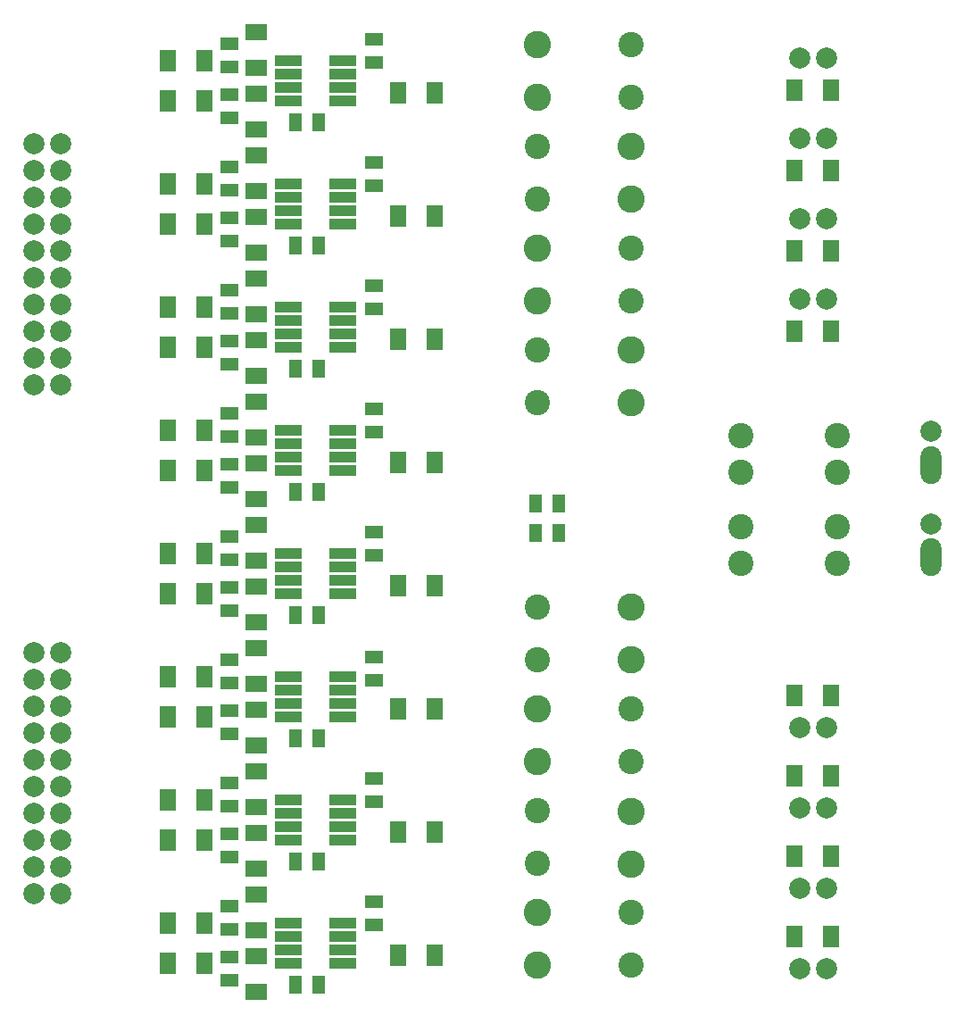
<source format=gts>
G04 #@! TF.FileFunction,Soldermask,Top*
%FSLAX46Y46*%
G04 Gerber Fmt 4.6, Leading zero omitted, Abs format (unit mm)*
G04 Created by KiCad (PCBNEW 4.0.1-stable) date 18/01/2016 20:35:10*
%MOMM*%
G01*
G04 APERTURE LIST*
%ADD10C,0.100000*%
%ADD11R,1.700000X1.300000*%
%ADD12C,2.400000*%
%ADD13C,2.600000*%
%ADD14C,2.000000*%
%ADD15O,2.000000X3.600000*%
%ADD16R,1.500000X2.100000*%
%ADD17R,2.100000X1.500000*%
%ADD18R,2.600000X1.000000*%
%ADD19R,1.300000X1.700000*%
G04 APERTURE END LIST*
D10*
D11*
X26238000Y58082000D03*
X26238000Y60282000D03*
X26238000Y69766000D03*
X26238000Y71966000D03*
X26238000Y93134000D03*
X26238000Y95334000D03*
X26238000Y67140000D03*
X26238000Y64940000D03*
X26238000Y78824000D03*
X26238000Y76624000D03*
D12*
X83896000Y58138000D03*
X83896000Y54638000D03*
X83896000Y49502000D03*
X83896000Y46002000D03*
X74752000Y58138000D03*
X74752000Y54638000D03*
X74752000Y49502000D03*
X74752000Y46002000D03*
D11*
X26238000Y90508000D03*
X26238000Y88308000D03*
X26238000Y55456000D03*
X26238000Y53256000D03*
X26238000Y81450000D03*
X26238000Y83650000D03*
D12*
X64338000Y90210000D03*
X64338000Y95210000D03*
D13*
X55448000Y90210000D03*
X55448000Y95210000D03*
D12*
X55448000Y80558000D03*
X55448000Y85558000D03*
D13*
X64338000Y80558000D03*
X64338000Y85558000D03*
D12*
X64338000Y70906000D03*
X64338000Y75906000D03*
D13*
X55448000Y70906000D03*
X55448000Y75906000D03*
D12*
X55448000Y61254000D03*
X55448000Y66254000D03*
D13*
X64338000Y61254000D03*
X64338000Y66254000D03*
D14*
X80340000Y93980000D03*
X82880000Y93980000D03*
X80340000Y86360000D03*
X82880000Y86360000D03*
X80340000Y78740000D03*
X82880000Y78740000D03*
X80340000Y71120000D03*
X82880000Y71120000D03*
X92786000Y58547000D03*
D15*
X92786000Y55372000D03*
D14*
X92786000Y49784000D03*
D15*
X92786000Y46609000D03*
D14*
X7696000Y85852000D03*
X10236000Y85852000D03*
X7696000Y83312000D03*
X10236000Y83312000D03*
X7696000Y80772000D03*
X10236000Y80772000D03*
X7696000Y78232000D03*
X10236000Y78232000D03*
X7696000Y75692000D03*
X10236000Y75692000D03*
X7696000Y73152000D03*
X10236000Y73152000D03*
X7696000Y70612000D03*
X10236000Y70612000D03*
X7696000Y68072000D03*
X10236000Y68072000D03*
X7696000Y65532000D03*
X10236000Y65532000D03*
X7696000Y62992000D03*
X10236000Y62992000D03*
D16*
X23874000Y89916000D03*
X20474000Y89916000D03*
X23874000Y93726000D03*
X20474000Y93726000D03*
X23874000Y78232000D03*
X20474000Y78232000D03*
X23874000Y82042000D03*
X20474000Y82042000D03*
X23874000Y66548000D03*
X20474000Y66548000D03*
X23874000Y70358000D03*
X20474000Y70358000D03*
X23874000Y54864000D03*
X20474000Y54864000D03*
X23874000Y58674000D03*
X20474000Y58674000D03*
D17*
X28778000Y87200000D03*
X28778000Y90600000D03*
X28778000Y75516000D03*
X28778000Y78916000D03*
X28778000Y63832000D03*
X28778000Y67232000D03*
X28778000Y52148000D03*
X28778000Y55548000D03*
X28778000Y96442000D03*
X28778000Y93042000D03*
X28778000Y84758000D03*
X28778000Y81358000D03*
X28778000Y73074000D03*
X28778000Y69674000D03*
X28778000Y61390000D03*
X28778000Y57990000D03*
D16*
X45718000Y90678000D03*
X42318000Y90678000D03*
X45718000Y78994000D03*
X42318000Y78994000D03*
X45718000Y67310000D03*
X42318000Y67310000D03*
X45718000Y55626000D03*
X42318000Y55626000D03*
X83310000Y90932000D03*
X79910000Y90932000D03*
X83310000Y83312000D03*
X79910000Y83312000D03*
X83310000Y75692000D03*
X79910000Y75692000D03*
X83310000Y68072000D03*
X79910000Y68072000D03*
D18*
X31826000Y93726000D03*
X31826000Y92456000D03*
X31826000Y91186000D03*
X31826000Y89916000D03*
X37026000Y89916000D03*
X37026000Y91186000D03*
X37026000Y92456000D03*
X37026000Y93726000D03*
X31826000Y82042000D03*
X31826000Y80772000D03*
X31826000Y79502000D03*
X31826000Y78232000D03*
X37026000Y78232000D03*
X37026000Y79502000D03*
X37026000Y80772000D03*
X37026000Y82042000D03*
X31826000Y70358000D03*
X31826000Y69088000D03*
X31826000Y67818000D03*
X31826000Y66548000D03*
X37026000Y66548000D03*
X37026000Y67818000D03*
X37026000Y69088000D03*
X37026000Y70358000D03*
X31826000Y58674000D03*
X31826000Y57404000D03*
X31826000Y56134000D03*
X31826000Y54864000D03*
X37026000Y54864000D03*
X37026000Y56134000D03*
X37026000Y57404000D03*
X37026000Y58674000D03*
D11*
X39954000Y93515000D03*
X39954000Y95715000D03*
D19*
X34704000Y87884000D03*
X32504000Y87884000D03*
D11*
X39954000Y81831000D03*
X39954000Y84031000D03*
X39954000Y70147000D03*
X39954000Y72347000D03*
X39954000Y58463000D03*
X39954000Y60663000D03*
D19*
X34704000Y76200000D03*
X32504000Y76200000D03*
X34704000Y64516000D03*
X32504000Y64516000D03*
X34704000Y52832000D03*
X32504000Y52832000D03*
D11*
X39954000Y11727000D03*
X39954000Y13927000D03*
X39954000Y23411000D03*
X39954000Y25611000D03*
X39954000Y34968000D03*
X39954000Y37168000D03*
D19*
X34704000Y6096000D03*
X32504000Y6096000D03*
X34704000Y17780000D03*
X32504000Y17780000D03*
X34704000Y29464000D03*
X32504000Y29464000D03*
D11*
X26238000Y43772000D03*
X26238000Y41572000D03*
X26238000Y32088000D03*
X26238000Y29888000D03*
X26238000Y20404000D03*
X26238000Y18204000D03*
X26238000Y8720000D03*
X26238000Y6520000D03*
X26238000Y46398000D03*
X26238000Y48598000D03*
X26238000Y34714000D03*
X26238000Y36914000D03*
X26238000Y23030000D03*
X26238000Y25230000D03*
X26238000Y11346000D03*
X26238000Y13546000D03*
X39954000Y46779000D03*
X39954000Y48979000D03*
D19*
X34704000Y41148000D03*
X32504000Y41148000D03*
D12*
X55448000Y41870000D03*
X55448000Y36870000D03*
D13*
X64338000Y41870000D03*
X64338000Y36870000D03*
D12*
X64338000Y32218000D03*
X64338000Y27218000D03*
D13*
X55448000Y32218000D03*
X55448000Y27218000D03*
D12*
X55448000Y22566000D03*
X55448000Y17566000D03*
D13*
X64338000Y22526000D03*
X64338000Y17526000D03*
D12*
X64338000Y12914000D03*
X64338000Y7914000D03*
D13*
X55448000Y12914000D03*
X55448000Y7914000D03*
D14*
X80340000Y30480000D03*
X82880000Y30480000D03*
X80340000Y22860000D03*
X82880000Y22860000D03*
X80340000Y15240000D03*
X82880000Y15240000D03*
X80340000Y7620000D03*
X82880000Y7620000D03*
X7696000Y37592000D03*
X10236000Y37592000D03*
X7696000Y35052000D03*
X10236000Y35052000D03*
X7696000Y32512000D03*
X10236000Y32512000D03*
X7696000Y29972000D03*
X10236000Y29972000D03*
X7696000Y27432000D03*
X10236000Y27432000D03*
X7696000Y24892000D03*
X10236000Y24892000D03*
X7696000Y22352000D03*
X10236000Y22352000D03*
X7696000Y19812000D03*
X10236000Y19812000D03*
X7696000Y17272000D03*
X10236000Y17272000D03*
X7696000Y14732000D03*
X10236000Y14732000D03*
D16*
X23874000Y43180000D03*
X20474000Y43180000D03*
X23874000Y46990000D03*
X20474000Y46990000D03*
X23874000Y31496000D03*
X20474000Y31496000D03*
X23874000Y35306000D03*
X20474000Y35306000D03*
X23874000Y19812000D03*
X20474000Y19812000D03*
X23874000Y23622000D03*
X20474000Y23622000D03*
X23874000Y8128000D03*
X20474000Y8128000D03*
X23874000Y11938000D03*
X20474000Y11938000D03*
D17*
X28778000Y40464000D03*
X28778000Y43864000D03*
X28778000Y28780000D03*
X28778000Y32180000D03*
X28778000Y17096000D03*
X28778000Y20496000D03*
X28778000Y5412000D03*
X28778000Y8812000D03*
X28778000Y49706000D03*
X28778000Y46306000D03*
X28778000Y38022000D03*
X28778000Y34622000D03*
X28778000Y26338000D03*
X28778000Y22938000D03*
X28778000Y14654000D03*
X28778000Y11254000D03*
D16*
X45718000Y43942000D03*
X42318000Y43942000D03*
X45718000Y32258000D03*
X42318000Y32258000D03*
X45718000Y20574000D03*
X42318000Y20574000D03*
X45718000Y8890000D03*
X42318000Y8890000D03*
X83310000Y33528000D03*
X79910000Y33528000D03*
X83310000Y25908000D03*
X79910000Y25908000D03*
X83310000Y18288000D03*
X79910000Y18288000D03*
X83310000Y10668000D03*
X79910000Y10668000D03*
D18*
X31826000Y46990000D03*
X31826000Y45720000D03*
X31826000Y44450000D03*
X31826000Y43180000D03*
X37026000Y43180000D03*
X37026000Y44450000D03*
X37026000Y45720000D03*
X37026000Y46990000D03*
X31826000Y35306000D03*
X31826000Y34036000D03*
X31826000Y32766000D03*
X31826000Y31496000D03*
X37026000Y31496000D03*
X37026000Y32766000D03*
X37026000Y34036000D03*
X37026000Y35306000D03*
X31826000Y23622000D03*
X31826000Y22352000D03*
X31826000Y21082000D03*
X31826000Y19812000D03*
X37026000Y19812000D03*
X37026000Y21082000D03*
X37026000Y22352000D03*
X37026000Y23622000D03*
X31826000Y11938000D03*
X31826000Y10668000D03*
X31826000Y9398000D03*
X31826000Y8128000D03*
X37026000Y8128000D03*
X37026000Y9398000D03*
X37026000Y10668000D03*
X37026000Y11938000D03*
D19*
X57488000Y48895000D03*
X55288000Y48895000D03*
X57488000Y51689000D03*
X55288000Y51689000D03*
M02*

</source>
